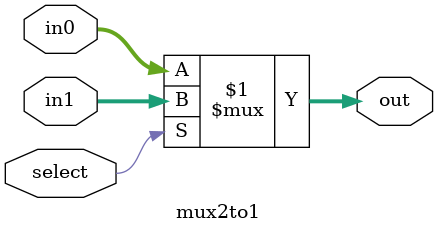
<source format=v>
module mux2to1(out, in0, in1, select);
	
	parameter n=64;
        ///
        output  [n-1:0] out;
	///
	input [n-1:0] in0;
	input [n-1:0] in1;
	input select;
	///
 	
      assign   out = select ? in1 : in0;
 
endmodule

</source>
